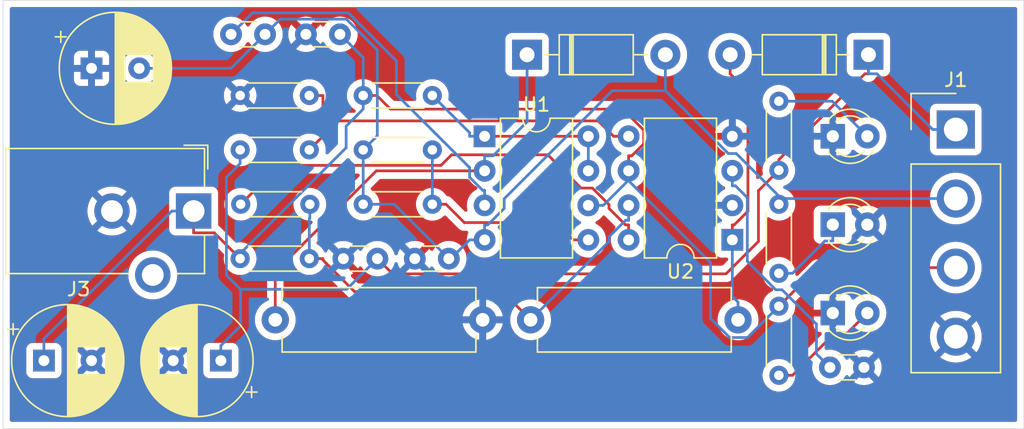
<source format=kicad_pcb>
(kicad_pcb (version 20240108) (generator "pcbnew") (generator_version "8.0")
  (layers (0 "F.Cu" signal) (31 "B.Cu" signal) (34 "B.Paste" user) (35 "F.Paste" user) (36 "B.SilkS" user "B.Silkscreen") (37 "F.SilkS" user "F.Silkscreen") (38 "B.Mask" user) (39 "F.Mask" user) (44 "Edge.Cuts" user))
  (net 0 "")
  (net 1 "+5V")
  (net 2 "GND")
  (net 3 "Net-(U1-TC)")
  (net 4 "-5V")
  (net 5 "Net-(U2-TC)")
  (net 6 "+12V")
  (net 7 "Net-(D1-K)")
  (net 8 "Net-(D2-K)")
  (net 9 "Net-(D3-A)")
  (net 10 "Net-(D4-A)")
  (net 11 "Net-(D5-A)")
  (net 12 "Net-(U2-Ipk)")
  (net 13 "Net-(U1-DC)")
  (net 14 "Net-(U1-Vfb)")
  (net 15 "Net-(U2-DC)")
  (net 16 "Net-(U2-Vfb)")
  (footprint "LED_THT:LED_D3.0mm" (layer "F.Cu") (at 188.96 72)
    (property "Reference" "D5" (hide yes))
    (property "Value" "green" (hide yes))
    (pad "1" thru_hole rect (at 0 0) (size 1.8 1.8) (drill 0.9) (layers "*.Cu" "*.Mask") (net 2 "GND"))
    (pad "2" thru_hole circle (at 2.54 0) (size 1.8 1.8) (drill 0.9) (layers "*.Cu" "*.Mask") (net 11 "Net-(D5-A)"))
  )
  (footprint "Capacitor_THT:CP_Radial_D8.0mm_P3.50mm" (layer "F.Cu") (at 134.5 67)
    (property "Reference" "C5" (hide yes))
    (property "Value" "1000uF 9V" (hide yes))
    (pad "1" thru_hole rect (at 0 0) (size 1.6 1.6) (drill 0.8) (layers "*.Cu" "*.Mask") (net 2 "GND"))
    (pad "2" thru_hole circle (at 3.5 0) (size 1.6 1.6) (drill 0.8) (layers "*.Cu" "*.Mask") (net 4 "-5V"))
  )
  (footprint "Package_DIP:DIP-8_W7.62mm" (layer "F.Cu") (at 181.58 79.62 180)
    (property "Reference" "U2" (at 3.81 -2.33 0) (layer "F.SilkS"))
    (property "Value" "MC33063AP")
    (pad "1" thru_hole rect (at 0 0 180) (size 1.6 1.6) (drill 0.8) (layers "*.Cu" "*.Mask") (net 10 "Net-(D4-A)"))
    (pad "2" thru_hole oval (at 0 2.54 180) (size 1.6 1.6) (drill 0.8) (layers "*.Cu" "*.Mask") (net 2 "GND"))
    (pad "3" thru_hole oval (at 0 5.08 180) (size 1.6 1.6) (drill 0.8) (layers "*.Cu" "*.Mask") (net 5 "Net-(U2-TC)"))
    (pad "4" thru_hole oval (at 0 7.62 180) (size 1.6 1.6) (drill 0.8) (layers "*.Cu" "*.Mask") (net 2 "GND"))
    (pad "5" thru_hole oval (at 7.62 7.62 180) (size 1.6 1.6) (drill 0.8) (layers "*.Cu" "*.Mask") (net 16 "Net-(U2-Vfb)"))
    (pad "6" thru_hole oval (at 7.62 5.08 180) (size 1.6 1.6) (drill 0.8) (layers "*.Cu" "*.Mask") (net 1 "+5V"))
    (pad "7" thru_hole oval (at 7.62 2.54 180) (size 1.6 1.6) (drill 0.8) (layers "*.Cu" "*.Mask") (net 12 "Net-(U2-Ipk)"))
    (pad "8" thru_hole oval (at 7.62 0 180) (size 1.6 1.6) (drill 0.8) (layers "*.Cu" "*.Mask") (net 15 "Net-(U2-DC)"))
  )
  (footprint "Resistor_THT:R_Axial_DIN0204_L3.6mm_D1.6mm_P5.08mm_Horizontal" (layer "F.Cu") (at 185 74.5 90)
    (property "Reference" "R10" (hide yes))
    (property "Value" "1k")
    (pad "1" thru_hole circle (at 0 0 90) (size 1.4 1.4) (drill 0.7) (layers "*.Cu" "*.Mask") (net 6 "+12V"))
    (pad "2" thru_hole oval (at 5.08 0 90) (size 1.4 1.4) (drill 0.7) (layers "*.Cu" "*.Mask") (net 11 "Net-(D5-A)"))
  )
  (footprint "Capacitor_THT:C_Disc_D3.0mm_W1.6mm_P2.50mm" (layer "F.Cu") (at 144.75 64.5)
    (property "Reference" "C2" (hide yes))
    (property "Value" "400pF")
    (pad "1" thru_hole circle (at 0 0) (size 1.6 1.6) (drill 0.8) (layers "*.Cu" "*.Mask") (net 3 "Net-(U1-TC)"))
    (pad "2" thru_hole circle (at 2.5 0) (size 1.6 1.6) (drill 0.8) (layers "*.Cu" "*.Mask") (net 4 "-5V"))
  )
  (footprint "Resistor_THT:R_Axial_DIN0204_L3.6mm_D1.6mm_P5.08mm_Horizontal" (layer "F.Cu") (at 185 77 -90)
    (property "Reference" "R4" (hide yes))
    (property "Value" "330")
    (pad "1" thru_hole circle (at 0 0 270) (size 1.4 1.4) (drill 0.7) (layers "*.Cu" "*.Mask") (net 4 "-5V"))
    (pad "2" thru_hole oval (at 5.08 0 270) (size 1.4 1.4) (drill 0.7) (layers "*.Cu" "*.Mask") (net 8 "Net-(D2-K)"))
  )
  (footprint "Resistor_THT:R_Axial_DIN0204_L3.6mm_D1.6mm_P5.08mm_Horizontal" (layer "F.Cu") (at 185 84.5 -90)
    (property "Reference" "R5" (hide yes))
    (property "Value" "330")
    (pad "1" thru_hole circle (at 0 0 270) (size 1.4 1.4) (drill 0.7) (layers "*.Cu" "*.Mask") (net 1 "+5V"))
    (pad "2" thru_hole oval (at 5.08 0 270) (size 1.4 1.4) (drill 0.7) (layers "*.Cu" "*.Mask") (net 9 "Net-(D3-A)"))
  )
  (footprint "Package_DIP:DIP-8_W7.62mm" (layer "F.Cu") (at 163.38 72)
    (property "Reference" "U1" (at 3.81 -2.33 0) (layer "F.SilkS"))
    (property "Value" "MC33063AP")
    (pad "1" thru_hole rect (at 0 0) (size 1.6 1.6) (drill 0.8) (layers "*.Cu" "*.Mask") (net 13 "Net-(U1-DC)"))
    (pad "2" thru_hole oval (at 0 2.54) (size 1.6 1.6) (drill 0.8) (layers "*.Cu" "*.Mask") (net 7 "Net-(D1-K)"))
    (pad "3" thru_hole oval (at 0 5.08) (size 1.6 1.6) (drill 0.8) (layers "*.Cu" "*.Mask") (net 3 "Net-(U1-TC)"))
    (pad "4" thru_hole oval (at 0 7.62) (size 1.6 1.6) (drill 0.8) (layers "*.Cu" "*.Mask") (net 4 "-5V"))
    (pad "5" thru_hole oval (at 7.62 7.62) (size 1.6 1.6) (drill 0.8) (layers "*.Cu" "*.Mask") (net 14 "Net-(U1-Vfb)"))
    (pad "6" thru_hole oval (at 7.62 5.08) (size 1.6 1.6) (drill 0.8) (layers "*.Cu" "*.Mask") (net 1 "+5V"))
    (pad "7" thru_hole oval (at 7.62 2.54) (size 1.6 1.6) (drill 0.8) (layers "*.Cu" "*.Mask") (net 13 "Net-(U1-DC)"))
    (pad "8" thru_hole oval (at 7.62 0) (size 1.6 1.6) (drill 0.8) (layers "*.Cu" "*.Mask") (net 13 "Net-(U1-DC)"))
  )
  (footprint "Resistor_THT:R_Axial_DIN0204_L3.6mm_D1.6mm_P5.08mm_Horizontal" (layer "F.Cu") (at 145.42 81)
    (property "Reference" "R7" (hide yes))
    (property "Value" "0.33")
    (pad "1" thru_hole circle (at 0 0) (size 1.4 1.4) (drill 0.7) (layers "*.Cu" "*.Mask") (net 1 "+5V"))
    (pad "2" thru_hole oval (at 5.08 0) (size 1.4 1.4) (drill 0.7) (layers "*.Cu" "*.Mask") (net 12 "Net-(U2-Ipk)"))
  )
  (footprint "Resistor_THT:R_Axial_DIN0204_L3.6mm_D1.6mm_P5.08mm_Horizontal" (layer "F.Cu") (at 154.46 77)
    (property "Reference" "R3" (hide yes))
    (property "Value" "1k")
    (pad "1" thru_hole circle (at 0 0) (size 1.4 1.4) (drill 0.7) (layers "*.Cu" "*.Mask") (net 4 "-5V"))
    (pad "2" thru_hole oval (at 5.08 0) (size 1.4 1.4) (drill 0.7) (layers "*.Cu" "*.Mask") (net 14 "Net-(U1-Vfb)"))
  )
  (footprint "LED_THT:LED_D3.0mm" (layer "F.Cu") (at 188.96 85)
    (property "Reference" "D3" (hide yes))
    (property "Value" "red" (hide yes))
    (pad "1" thru_hole rect (at 0 0) (size 1.8 1.8) (drill 0.9) (layers "*.Cu" "*.Mask") (net 2 "GND"))
    (pad "2" thru_hole circle (at 2.54 0) (size 1.8 1.8) (drill 0.9) (layers "*.Cu" "*.Mask") (net 9 "Net-(D3-A)"))
  )
  (footprint "Resistor_THT:R_Axial_DIN0204_L3.6mm_D1.6mm_P5.08mm_Horizontal" (layer "F.Cu") (at 150.5 73 180)
    (property "Reference" "R9" (hide yes))
    (property "Value" "13k")
    (pad "1" thru_hole circle (at 0 0 180) (size 1.4 1.4) (drill 0.7) (layers "*.Cu" "*.Mask") (net 16 "Net-(U2-Vfb)"))
    (pad "2" thru_hole oval (at 5.08 0 180) (size 1.4 1.4) (drill 0.7) (layers "*.Cu" "*.Mask") (net 6 "+12V"))
  )
  (footprint "LED_THT:LED_D3.0mm" (layer "F.Cu") (at 188.96 78.5)
    (property "Reference" "D2" (hide yes))
    (property "Value" "yellow" (hide yes))
    (pad "1" thru_hole rect (at 0 0) (size 1.8 1.8) (drill 0.9) (layers "*.Cu" "*.Mask") (net 8 "Net-(D2-K)"))
    (pad "2" thru_hole circle (at 2.54 0) (size 1.8 1.8) (drill 0.9) (layers "*.Cu" "*.Mask") (net 2 "GND"))
  )
  (footprint "Connector_BarrelJack:BarrelJack_CUI_PJ-102AH_Horizontal" (layer "F.Cu") (at 142 77.5 -90)
    (property "Reference" "J3" (at 5.75 8.45 0) (layer "F.SilkS"))
    (property "Value" "Power IN" (hide yes))
    (pad "1" thru_hole rect (at 0 0 270) (size 2.6 2.6) (drill 1.6) (layers "*.Cu" "*.Mask") (net 1 "+5V"))
    (pad "2" thru_hole circle (at 0 6 270) (size 2.6 2.6) (drill 1.6) (layers "*.Cu" "*.Mask") (net 2 "GND"))
    (pad "3" thru_hole circle (at 4.7 3 270) (size 2.6 2.6) (drill 1.6) (layers "*.Cu" "*.Mask"))
  )
  (footprint "Resistor_THT:R_Axial_DIN0204_L3.6mm_D1.6mm_P5.08mm_Horizontal" (layer "F.Cu") (at 154.46 73)
    (property "Reference" "R2" (hide yes))
    (property "Value" "3k")
    (pad "1" thru_hole circle (at 0 0) (size 1.4 1.4) (drill 0.7) (layers "*.Cu" "*.Mask") (net 4 "-5V"))
    (pad "2" thru_hole oval (at 5.08 0) (size 1.4 1.4) (drill 0.7) (layers "*.Cu" "*.Mask") (net 14 "Net-(U1-Vfb)"))
  )
  (footprint "Capacitor_THT:CP_Radial_D8.0mm_P3.50mm" (layer "F.Cu") (at 131 88.5)
    (property "Reference" "C1" (hide yes))
    (property "Value" "1000uF 9V" (hide yes))
    (pad "1" thru_hole rect (at 0 0) (size 1.6 1.6) (drill 0.8) (layers "*.Cu" "*.Mask") (net 1 "+5V"))
    (pad "2" thru_hole circle (at 3.5 0) (size 1.6 1.6) (drill 0.8) (layers "*.Cu" "*.Mask") (net 2 "GND"))
  )
  (footprint "Capacitor_THT:C_Disc_D3.0mm_W1.6mm_P2.50mm" (layer "F.Cu") (at 153 81)
    (property "Reference" "C7" (hide yes))
    (property "Value" "100nF")
    (pad "1" thru_hole circle (at 0 0) (size 1.6 1.6) (drill 0.8) (layers "*.Cu" "*.Mask") (net 2 "GND"))
    (pad "2" thru_hole circle (at 2.5 0) (size 1.6 1.6) (drill 0.8) (layers "*.Cu" "*.Mask") (net 6 "+12V"))
  )
  (footprint "Resistor_THT:R_Axial_DIN0204_L3.6mm_D1.6mm_P5.08mm_Horizontal" (layer "F.Cu") (at 145.46 77)
    (property "Reference" "R6" (hide yes))
    (property "Value" "180")
    (pad "1" thru_hole circle (at 0 0) (size 1.4 1.4) (drill 0.7) (layers "*.Cu" "*.Mask") (net 15 "Net-(U2-DC)"))
    (pad "2" thru_hole oval (at 5.08 0) (size 1.4 1.4) (drill 0.7) (layers "*.Cu" "*.Mask") (net 12 "Net-(U2-Ipk)"))
  )
  (footprint "Connector_Samtec_HPM_THT:Samtec_HPM-04-01-x-S_Straight_1x04_Pitch5.08mm" (layer "F.Cu") (at 198 71.5)
    (property "Reference" "J1" (at 0 -3.65 0) (layer "F.SilkS"))
    (property "Value" "Power" (hide yes))
    (pad "1" thru_hole rect (at 0 0) (size 2.8 2.8) (drill 1.75) (layers "*.Cu" "*.Mask") (net 6 "+12V"))
    (pad "2" thru_hole circle (at 0 5.08) (size 2.8 2.8) (drill 1.75) (layers "*.Cu" "*.Mask") (net 4 "-5V"))
    (pad "3" thru_hole circle (at 0 10.16) (size 2.8 2.8) (drill 1.75) (layers "*.Cu" "*.Mask") (net 1 "+5V"))
    (pad "4" thru_hole circle (at 0 15.24) (size 2.8 2.8) (drill 1.75) (layers "*.Cu" "*.Mask") (net 2 "GND"))
  )
  (footprint "Capacitor_THT:C_Disc_D3.0mm_W1.6mm_P2.50mm" (layer "F.Cu") (at 152.75 64.5 180)
    (property "Reference" "C3" (hide yes))
    (property "Value" "100nF")
    (pad "1" thru_hole circle (at 0 0 180) (size 1.6 1.6) (drill 0.8) (layers "*.Cu" "*.Mask") (net 1 "+5V"))
    (pad "2" thru_hole circle (at 2.5 0 180) (size 1.6 1.6) (drill 0.8) (layers "*.Cu" "*.Mask") (net 2 "GND"))
  )
  (footprint "Diode_THT:D_DO-41_SOD81_P10.16mm_Horizontal" (layer "F.Cu") (at 191.58 66 180)
    (property "Reference" "D4" (hide yes))
    (property "Value" "1N5819")
    (pad "1" thru_hole rect (at 0 0 180) (size 2.2 2.2) (drill 1.1) (layers "*.Cu" "*.Mask") (net 6 "+12V"))
    (pad "2" thru_hole oval (at 10.16 0 180) (size 2.2 2.2) (drill 1.1) (layers "*.Cu" "*.Mask") (net 10 "Net-(D4-A)"))
  )
  (footprint "Inductor_THT:L_Axial_L14.0mm_D4.5mm_P15.24mm_Horizontal_Fastron_LACC" (layer "F.Cu") (at 166.76 85.5)
    (property "Reference" "L2" (hide yes))
    (property "Value" "100uH")
    (pad "1" thru_hole circle (at 0 0) (size 2 2) (drill 1) (layers "*.Cu" "*.Mask") (net 12 "Net-(U2-Ipk)"))
    (pad "2" thru_hole oval (at 15.24 0) (size 2 2) (drill 1) (layers "*.Cu" "*.Mask") (net 10 "Net-(D4-A)"))
  )
  (footprint "Resistor_THT:R_Axial_DIN0204_L3.6mm_D1.6mm_P5.08mm_Horizontal" (layer "F.Cu") (at 145.42 69)
    (property "Reference" "R8" (hide yes))
    (property "Value" "1.5k")
    (pad "1" thru_hole circle (at 0 0) (size 1.4 1.4) (drill 0.7) (layers "*.Cu" "*.Mask") (net 2 "GND"))
    (pad "2" thru_hole oval (at 5.08 0) (size 1.4 1.4) (drill 0.7) (layers "*.Cu" "*.Mask") (net 16 "Net-(U2-Vfb)"))
  )
  (footprint "Diode_THT:D_DO-41_SOD81_P10.16mm_Horizontal" (layer "F.Cu") (at 166.5 66)
    (property "Reference" "D1" (hide yes))
    (property "Value" "1N5819")
    (pad "1" thru_hole rect (at 0 0) (size 2.2 2.2) (drill 1.1) (layers "*.Cu" "*.Mask") (net 7 "Net-(D1-K)"))
    (pad "2" thru_hole oval (at 10.16 0) (size 2.2 2.2) (drill 1.1) (layers "*.Cu" "*.Mask") (net 4 "-5V"))
  )
  (footprint "Capacitor_THT:CP_Radial_D8.0mm_P3.50mm" (layer "F.Cu") (at 144 88.5 180)
    (property "Reference" "C8" (hide yes))
    (property "Value" "1000uF 9V" (hide yes))
    (pad "1" thru_hole rect (at 0 0 180) (size 1.6 1.6) (drill 0.8) (layers "*.Cu" "*.Mask") (net 6 "+12V"))
    (pad "2" thru_hole circle (at 3.5 0 180) (size 1.6 1.6) (drill 0.8) (layers "*.Cu" "*.Mask") (net 2 "GND"))
  )
  (footprint "Inductor_THT:L_Axial_L14.0mm_D4.5mm_P15.24mm_Horizontal_Fastron_LACC" (layer "F.Cu") (at 148 85.5)
    (property "Reference" "L1" (hide yes))
    (property "Value" "100uH")
    (pad "1" thru_hole circle (at 0 0) (size 2 2) (drill 1) (layers "*.Cu" "*.Mask") (net 7 "Net-(D1-K)"))
    (pad "2" thru_hole oval (at 15.24 0) (size 2 2) (drill 1) (layers "*.Cu" "*.Mask") (net 2 "GND"))
  )
  (footprint "Capacitor_THT:C_Disc_D3.0mm_W1.6mm_P2.50mm" (layer "F.Cu") (at 158.25 81)
    (property "Reference" "C4" (hide yes))
    (property "Value" "100nF")
    (pad "1" thru_hole circle (at 0 0) (size 1.6 1.6) (drill 0.8) (layers "*.Cu" "*.Mask") (net 2 "GND"))
    (pad "2" thru_hole circle (at 2.5 0) (size 1.6 1.6) (drill 0.8) (layers "*.Cu" "*.Mask") (net 4 "-5V"))
  )
  (footprint "Resistor_THT:R_Axial_DIN0204_L3.6mm_D1.6mm_P5.08mm_Horizontal" (layer "F.Cu") (at 159.54 69 180)
    (property "Reference" "R1" (hide yes))
    (property "Value" "0.33")
    (pad "1" thru_hole circle (at 0 0 180) (size 1.4 1.4) (drill 0.7) (layers "*.Cu" "*.Mask") (net 13 "Net-(U1-DC)"))
    (pad "2" thru_hole oval (at 5.08 0 180) (size 1.4 1.4) (drill 0.7) (layers "*.Cu" "*.Mask") (net 1 "+5V"))
  )
  (footprint "Capacitor_THT:C_Disc_D3.0mm_W1.6mm_P2.50mm" (layer "F.Cu") (at 188.75 89)
    (property "Reference" "C6" (hide yes))
    (property "Value" "400pF")
    (pad "1" thru_hole circle (at 0 0) (size 1.6 1.6) (drill 0.8) (layers "*.Cu" "*.Mask") (net 5 "Net-(U2-TC)"))
    (pad "2" thru_hole circle (at 2.5 0) (size 1.6 1.6) (drill 0.8) (layers "*.Cu" "*.Mask") (net 2 "GND"))
  )
  (gr_rect (start 128 62) (end 203 93.5) (stroke (width 0.05)) (fill none) (layer "Edge.Cuts"))
  (segment (start 143.5217 79.1017) (end 142 79.1017) (width 0.2) (layer "F.Cu") (net 1))
  (segment (start 142 77.5) (end 142 79.1017) (width 0.2) (layer "F.Cu") (net 1))
  (segment (start 145.42 81) (end 143.5217 79.1017) (width 0.2) (layer "F.Cu") (net 1))
  (segment (start 173.5257 70.0017) (end 175.071 71.547) (width 0.2) (layer "F.Cu") (net 1))
  (segment (start 156.4634 70.0017) (end 173.5257 70.0017) (width 0.2) (layer "F.Cu") (net 1))
  (segment (start 173.96 74.54) (end 173.96 73.4383) (width 0.2) (layer "F.Cu") (net 1))
  (segment (start 174.1883 73.4383) (end 173.96 73.4383) (width 0.2) (layer "F.Cu") (net 1))
  (segment (start 187.84 81.66) (end 198 81.66) (width 0.2) (layer "F.Cu") (net 1))
  (segment (start 154.46 69) (end 155.4617 69) (width 0.2) (layer "F.Cu") (net 1))
  (segment (start 155.4617 69) (end 156.4634 70.0017) (width 0.2) (layer "F.Cu") (net 1))
  (segment (start 185 84.5) (end 187.84 81.66) (width 0.2) (layer "F.Cu") (net 1))
  (segment (start 175.071 72.5556) (end 174.1883 73.4383) (width 0.2) (layer "F.Cu") (net 1))
  (segment (start 175.071 71.547) (end 175.071 72.5556) (width 0.2) (layer "F.Cu") (net 1))
  (segment (start 140.3983 77.5) (end 131 86.8983) (width 0.2) (layer "B.Cu") (net 1))
  (segment (start 142 77.5) (end 140.3983 77.5) (width 0.2) (layer "B.Cu") (net 1))
  (segment (start 179.9807 85.3973) (end 179.9807 81.2906) (width 0.2) (layer "B.Cu") (net 1))
  (segment (start 185 84.5) (end 182.6958 86.8042) (width 0.2) (layer "B.Cu") (net 1))
  (segment (start 153.2072 72.8384) (end 153.2072 71.2545) (width 0.2) (layer "B.Cu") (net 1))
  (segment (start 154.46 66.21) (end 154.46 69) (width 0.2) (layer "B.Cu") (net 1))
  (segment (start 154.46 69) (end 154.46 70.0017) (width 0.2) (layer "B.Cu") (net 1))
  (segment (start 145.42 80.6256) (end 153.2072 72.8384) (width 0.2) (layer "B.Cu") (net 1))
  (segment (start 179.9807 81.2906) (end 173.96 75.2699) (width 0.2) (layer "B.Cu") (net 1))
  (segment (start 145.42 81) (end 145.42 80.6256) (width 0.2) (layer "B.Cu") (net 1))
  (segment (start 181.3876 86.8042) (end 179.9807 85.3973) (width 0.2) (layer "B.Cu") (net 1))
  (segment (start 153.2072 71.2545) (end 154.46 70.0017) (width 0.2) (layer "B.Cu") (net 1))
  (segment (start 173.96 75.2699) (end 173.9118 75.2699) (width 0.2) (layer "B.Cu") (net 1))
  (segment (start 182.6958 86.8042) (end 181.3876 86.8042) (width 0.2) (layer "B.Cu") (net 1))
  (segment (start 173.96 74.54) (end 173.96 75.0908) (width 0.2) (layer "B.Cu") (net 1))
  (segment (start 173.9118 75.2699) (end 172.1017 77.08) (width 0.2) (layer "B.Cu") (net 1))
  (segment (start 131 86.8983) (end 131 88.5) (width 0.2) (layer "B.Cu") (net 1))
  (segment (start 173.96 75.0908) (end 173.96 75.2699) (width 0.2) (layer "B.Cu") (net 1))
  (segment (start 171 77.08) (end 172.1017 77.08) (width 0.2) (layer "B.Cu") (net 1))
  (segment (start 152.75 64.5) (end 154.46 66.21) (width 0.2) (layer "B.Cu") (net 1))
  (segment (start 162.2783 75.0144) (end 162.2783 74.3041) (width 0.2) (layer "B.Cu") (net 3))
  (segment (start 163.38 75.9783) (end 163.2422 75.9783) (width 0.2) (layer "B.Cu") (net 3))
  (segment (start 163.38 77.08) (end 163.38 75.9783) (width 0.2) (layer "B.Cu") (net 3))
  (segment (start 163.2422 75.9783) (end 162.2783 75.0144) (width 0.2) (layer "B.Cu") (net 3))
  (segment (start 156.899 66.4487) (end 153.371 62.9207) (width 0.2) (layer "B.Cu") (net 3))
  (segment (start 153.371 62.9207) (end 146.3293 62.9207) (width 0.2) (layer "B.Cu") (net 3))
  (segment (start 146.3293 62.9207) (end 144.75 64.5) (width 0.2) (layer "B.Cu") (net 3))
  (segment (start 156.899 68.9248) (end 156.899 66.4487) (width 0.2) (layer "B.Cu") (net 3))
  (segment (start 162.2783 74.3041) (end 156.899 68.9248) (width 0.2) (layer "B.Cu") (net 3))
  (segment (start 181.2847 73.27) (end 181.8703 73.27) (width 0.2) (layer "B.Cu") (net 4))
  (segment (start 155.4953 65.6517) (end 155.4953 71.9647) (width 0.2) (layer "B.Cu") (net 4))
  (segment (start 198 76.58) (end 185 76.58) (width 0.2) (layer "B.Cu") (net 4))
  (segment (start 181.8703 73.27) (end 185 76.3997) (width 0.2) (layer "B.Cu") (net 4))
  (segment (start 156.75 77) (end 160.75 81) (width 0.2) (layer "B.Cu") (net 4))
  (segment (start 176.66 68.6453) (end 181.2847 73.27) (width 0.2) (layer "B.Cu") (net 4))
  (segment (start 154.46 77) (end 156.75 77) (width 0.2) (layer "B.Cu") (net 4))
  (segment (start 185 76.3997) (end 185 76.58) (width 0.2) (layer "B.Cu") (net 4))
  (segment (start 147.25 64.5) (end 148.3656 63.3844) (width 0.2) (layer "B.Cu") (net 4))
  (segment (start 176.66 66) (end 176.66 68.6453) (width 0.2) (layer "B.Cu") (net 4))
  (segment (start 163.38 79.62) (end 162.2783 79.62) (width 0.2) (layer "B.Cu") (net 4))
  (segment (start 185 76.58) (end 185 77) (width 0.2) (layer "B.Cu") (net 4))
  (segment (start 172.7705 68.6453) (end 164.8198 76.596) (width 0.2) (layer "B.Cu") (net 4))
  (segment (start 153.228 63.3844) (end 155.4953 65.6517) (width 0.2) (layer "B.Cu") (net 4))
  (segment (start 176.66 68.6453) (end 172.7705 68.6453) (width 0.2) (layer "B.Cu") (net 4))
  (segment (start 147.25 64.5) (end 144.75 67) (width 0.2) (layer "B.Cu") (net 4))
  (segment (start 160.8983 81) (end 160.75 81) (width 0.2) (layer "B.Cu") (net 4))
  (segment (start 155.4953 71.9647) (end 154.46 73) (width 0.2) (layer "B.Cu") (net 4))
  (segment (start 144.75 67) (end 138 67) (width 0.2) (layer "B.Cu") (net 4))
  (segment (start 164.8198 77.3068) (end 163.6083 78.5183) (width 0.2) (layer "B.Cu") (net 4))
  (segment (start 154.46 77) (end 154.46 73) (width 0.2) (layer "B.Cu") (net 4))
  (segment (start 162.2783 79.62) (end 160.8983 81) (width 0.2) (layer "B.Cu") (net 4))
  (segment (start 163.6083 78.5183) (end 163.38 78.5183) (width 0.2) (layer "B.Cu") (net 4))
  (segment (start 163.38 79.62) (end 163.38 78.5183) (width 0.2) (layer "B.Cu") (net 4))
  (segment (start 148.3656 63.3844) (end 153.228 63.3844) (width 0.2) (layer "B.Cu") (net 4))
  (segment (start 164.8198 76.596) (end 164.8198 77.3068) (width 0.2) (layer "B.Cu") (net 4))
  (segment (start 187.7583 85.813) (end 185.2353 83.29) (width 0.2) (layer "B.Cu") (net 5))
  (segment (start 187.7583 88.0083) (end 187.7583 85.813) (width 0.2) (layer "B.Cu") (net 5))
  (segment (start 181.58 74.54) (end 181.58 75.6417) (width 0.2) (layer "B.Cu") (net 5))
  (segment (start 182.6817 81.1997) (end 182.6817 76.5151) (width 0.2) (layer "B.Cu") (net 5))
  (segment (start 182.6817 76.5151) (end 181.8083 75.6417) (width 0.2) (layer "B.Cu") (net 5))
  (segment (start 185.2353 83.29) (end 184.772 83.29) (width 0.2) (layer "B.Cu") (net 5))
  (segment (start 181.8083 75.6417) (end 181.58 75.6417) (width 0.2) (layer "B.Cu") (net 5))
  (segment (start 184.772 83.29) (end 182.6817 81.1997) (width 0.2) (layer "B.Cu") (net 5))
  (segment (start 188.75 89) (end 187.7583 88.0083) (width 0.2) (layer "B.Cu") (net 5))
  (segment (start 183.5002 79.7332) (end 183.5002 75.9998) (width 0.2) (layer "F.Cu") (net 6))
  (segment (start 185 73.7189) (end 185 74.5) (width 0.2) (layer "F.Cu") (net 6))
  (segment (start 155.5 81) (end 156.6189 82.1189) (width 0.2) (layer "F.Cu") (net 6))
  (segment (start 191.58 67.4017) (end 191.3172 67.4017) (width 0.2) (layer "F.Cu") (net 6))
  (segment (start 183.5002 75.9998) (end 185 74.5) (width 0.2) (layer "F.Cu") (net 6))
  (segment (start 191.58 66) (end 191.58 67.4017) (width 0.2) (layer "F.Cu") (net 6))
  (segment (start 181.1145 82.1189) (end 183.5002 79.7332) (width 0.2) (layer "F.Cu") (net 6))
  (segment (start 156.6189 82.1189) (end 181.1145 82.1189) (width 0.2) (layer "F.Cu") (net 6))
  (segment (start 191.3172 67.4017) (end 185 73.7189) (width 0.2) (layer "F.Cu") (net 6))
  (segment (start 192.2 67.4017) (end 191.58 67.4017) (width 0.2) (layer "B.Cu") (net 6))
  (segment (start 153.2448 83.2552) (end 155.5 81) (width 0.2) (layer "B.Cu") (net 6))
  (segment (start 145.42 73) (end 145.42 74.0017) (width 0.2) (layer "B.Cu") (net 6))
  (segment (start 144.4088 82.214) (end 144.4088 75.0129) (width 0.2) (layer "B.Cu") (net 6))
  (segment (start 144.4088 75.0129) (end 145.42 74.0017) (width 0.2) (layer "B.Cu") (net 6))
  (segment (start 196.2983 71.5) (end 192.2 67.4017) (width 0.2) (layer "B.Cu") (net 6))
  (segment (start 145.45 83.2552) (end 144.4088 82.214) (width 0.2) (layer "B.Cu") (net 6))
  (segment (start 145.45 83.2552) (end 153.2448 83.2552) (width 0.2) (layer "B.Cu") (net 6))
  (segment (start 198 71.5) (end 196.2983 71.5) (width 0.2) (layer "B.Cu") (net 6))
  (segment (start 144 88.5) (end 144 87.3983) (width 0.2) (layer "B.Cu") (net 6))
  (segment (start 145.45 85.9483) (end 145.45 83.2552) (width 0.2) (layer "B.Cu") (net 6))
  (segment (start 144 87.3983) (end 145.45 85.9483) (width 0.2) (layer "B.Cu") (net 6))
  (segment (start 191.58 66) (end 191.58 67.4017) (width 0.2) (layer "B.Cu") (net 6))
  (segment (start 162.2768 74.5415) (end 162.2783 74.54) (width 0.2) (layer "F.Cu") (net 7))
  (segment (start 148 81.9699) (end 155.4284 74.5415) (width 0.2) (layer "F.Cu") (net 7))
  (segment (start 163.38 74.54) (end 162.2783 74.54) (width 0.2) (layer "F.Cu") (net 7))
  (segment (start 148 85.5) (end 148 81.9699) (width 0.2) (layer "F.Cu") (net 7))
  (segment (start 155.4284 74.5415) (end 162.2768 74.5415) (width 0.2) (layer "F.Cu") (net 7))
  (segment (start 166.5 70.9362) (end 163.9979 73.4383) (width 0.2) (layer "B.Cu") (net 7))
  (segment (start 163.38 74.54) (end 163.38 73.4383) (width 0.2) (layer "B.Cu") (net 7))
  (segment (start 166.5 66) (end 166.5 70.9362) (width 0.2) (layer "B.Cu") (net 7))
  (segment (start 163.9979 73.4383) (end 163.38 73.4383) (width 0.2) (layer "B.Cu") (net 7))
  (segment (start 188.96 78.5) (end 188.96 79.7017) (width 0.2) (layer "B.Cu") (net 8))
  (segment (start 185 82.08) (end 186.0017 82.08) (width 0.2) (layer "B.Cu") (net 8))
  (segment (start 186.0017 82.08) (end 188.38 79.7017) (width 0.2) (layer "B.Cu") (net 8))
  (segment (start 188.38 79.7017) (end 188.96 79.7017) (width 0.2) (layer "B.Cu") (net 8))
  (segment (start 185 89.58) (end 186.0017 89.58) (width 0.2) (layer "F.Cu") (net 9))
  (segment (start 186.0017 89.58) (end 189.0984 86.4833) (width 0.2) (layer "F.Cu") (net 9))
  (segment (start 190.0167 86.4833) (end 191.5 85) (width 0.2) (layer "F.Cu") (net 9))
  (segment (start 189.0984 86.4833) (end 190.0167 86.4833) (width 0.2) (layer "F.Cu") (net 9))
  (segment (start 181.7177 78.5183) (end 182.7286 77.5074) (width 0.2) (layer "F.Cu") (net 10))
  (segment (start 181.42 66) (end 181.42 67.4017) (width 0.2) (layer "F.Cu") (net 10))
  (segment (start 181.58 78.5183) (end 181.7177 78.5183) (width 0.2) (layer "F.Cu") (net 10))
  (segment (start 182.7286 77.5074) (end 182.7286 68.7103) (width 0.2) (layer "F.Cu") (net 10))
  (segment (start 181.58 79.62) (end 181.58 78.5183) (width 0.2) (layer "F.Cu") (net 10))
  (segment (start 182.7286 68.7103) (end 181.42 67.4017) (width 0.2) (layer "F.Cu") (net 10))
  (segment (start 181.58 83.7783) (end 181.58 79.62) (width 0.2) (layer "B.Cu") (net 10))
  (segment (start 182 85.5) (end 182 84.1983) (width 0.2) (layer "B.Cu") (net 10))
  (segment (start 182 84.1983) (end 181.58 83.7783) (width 0.2) (layer "B.Cu") (net 10))
  (segment (start 185 69.42) (end 188.92 69.42) (width 0.2) (layer "B.Cu") (net 11))
  (segment (start 188.92 69.42) (end 191.5 72) (width 0.2) (layer "B.Cu") (net 11))
  (segment (start 150.5 81) (end 151.5017 81) (width 0.2) (layer "F.Cu") (net 12))
  (segment (start 166.76 85.5) (end 164.6883 83.4283) (width 0.2) (layer "F.Cu") (net 12))
  (segment (start 153.8262 83.4283) (end 151.5017 81.1038) (width 0.2) (layer "F.Cu") (net 12))
  (segment (start 164.6883 83.4283) (end 153.8262 83.4283) (width 0.2) (layer "F.Cu") (net 12))
  (segment (start 151.5017 81.1038) (end 151.5017 81) (width 0.2) (layer "F.Cu") (net 12))
  (segment (start 150.54 77) (end 150.54 78.0017) (width 0.2) (layer "B.Cu") (net 12))
  (segment (start 172.5202 79.7398) (end 172.5202 79.3932) (width 0.2) (layer "B.Cu") (net 12))
  (segment (start 172.5202 79.3932) (end 173.7317 78.1817) (width 0.2) (layer "B.Cu") (net 12))
  (segment (start 166.76 85.5) (end 172.5202 79.7398) (width 0.2) (layer "B.Cu") (net 12))
  (segment (start 173.96 77.08) (end 173.96 78.1817) (width 0.2) (layer "B.Cu") (net 12))
  (segment (start 150.5 78.0417) (end 150.54 78.0017) (width 0.2) (layer "B.Cu") (net 12))
  (segment (start 150.5 81) (end 150.5 78.0417) (width 0.2) (layer "B.Cu") (net 12))
  (segment (start 173.7317 78.1817) (end 173.96 78.1817) (width 0.2) (layer "B.Cu") (net 12))
  (segment (start 171 72) (end 163.38 72) (width 0.2) (layer "F.Cu") (net 13))
  (segment (start 159.54 69) (end 162.2783 71.7383) (width 0.2) (layer "B.Cu") (net 13))
  (segment (start 163.38 72) (end 162.2783 72) (width 0.2) (layer "B.Cu") (net 13))
  (segment (start 171 72) (end 171 74.54) (width 0.2) (layer "B.Cu") (net 13))
  (segment (start 162.2783 71.7383) (end 162.2783 72) (width 0.2) (layer "B.Cu") (net 13))
  (segment (start 171 79.62) (end 169.8983 79.62) (width 0.2) (layer "F.Cu") (net 14))
  (segment (start 161.8917 78.35) (end 168.6283 78.35) (width 0.2) (layer "F.Cu") (net 14))
  (segment (start 168.6283 78.35) (end 169.8983 79.62) (width 0.2) (layer "F.Cu") (net 14))
  (segment (start 160.5417 77) (end 161.8917 78.35) (width 0.2) (layer "F.Cu") (net 14))
  (segment (start 159.54 77) (end 160.5417 77) (width 0.2) (layer "F.Cu") (net 14))
  (segment (start 159.54 73) (end 159.54 77) (width 0.2) (layer "B.Cu") (net 14))
  (segment (start 145.46 77) (end 148.3202 74.1398) (width 0.2) (layer "F.Cu") (net 15))
  (segment (start 172.5202 77.0272) (end 172.5202 77.3068) (width 0.2) (layer "F.Cu") (net 15))
  (segment (start 171.303 75.81) (end 172.5202 77.0272) (width 0.2) (layer "F.Cu") (net 15))
  (segment (start 160.9533 73.3619) (end 168.0219 73.3619) (width 0.2) (layer "F.Cu") (net 15))
  (segment (start 173.7317 78.5183) (end 173.96 78.5183) (width 0.2) (layer "F.Cu") (net 15))
  (segment (start 168.0219 73.3619) (end 170.47 75.81) (width 0.2) (layer "F.Cu") (net 15))
  (segment (start 170.47 75.81) (end 171.303 75.81) (width 0.2) (layer "F.Cu") (net 15))
  (segment (start 172.5202 77.3068) (end 173.7317 78.5183) (width 0.2) (layer "F.Cu") (net 15))
  (segment (start 148.3202 74.1398) (end 160.1754 74.1398) (width 0.2) (layer "F.Cu") (net 15))
  (segment (start 160.1754 74.1398) (end 160.9533 73.3619) (width 0.2) (layer "F.Cu") (net 15))
  (segment (start 173.96 79.62) (end 173.96 78.5183) (width 0.2) (layer "F.Cu") (net 15))
  (segment (start 150.5 69) (end 151.5017 69) (width 0.2) (layer "F.Cu") (net 16))
  (segment (start 152.6331 70.8669) (end 171.7252 70.8669) (width 0.2) (layer "F.Cu") (net 16))
  (segment (start 151.5017 69.7355) (end 151.5017 69) (width 0.2) (layer "F.Cu") (net 16))
  (segment (start 152.6331 70.8669) (end 151.5017 69.7355) (width 0.2) (layer "F.Cu") (net 16))
  (segment (start 150.5 73) (end 152.6331 70.8669) (width 0.2) (layer "F.Cu") (net 16))
  (segment (start 171.7252 70.8669) (end 172.8583 72) (width 0.2) (layer "F.Cu") (net 16))
  (segment (start 173.96 72) (end 172.8583 72) (width 0.2) (layer "F.Cu") (net 16))
  (zone (net 2) (net_name "GND") (layer "F.Cu") (connect_pads (clearance 0.5)) (min_thickness 0.25) (fill yes (thermal_gap 0.5) (thermal_bridge_width 0.5))
    (polygon (pts (xy 203 93.5) (xy 203 62) (xy 128 62) (xy 128 93.5)))
  )
  (zone (net 2) (net_name "GND") (layer "B.Cu") (priority 1) (connect_pads (clearance 0.5)) (min_thickness 0.25) (fill yes (thermal_gap 0.5) (thermal_bridge_width 0.5))
    (polygon (pts (xy 203 93.5) (xy 203 62) (xy 128 62) (xy 128 93.5)))
  )
)
</source>
